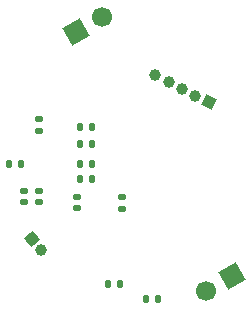
<source format=gbr>
%TF.GenerationSoftware,KiCad,Pcbnew,7.0.5-0*%
%TF.CreationDate,2023-09-08T15:05:08-04:00*%
%TF.ProjectId,rodentdbs,726f6465-6e74-4646-9273-2e6b69636164,rev?*%
%TF.SameCoordinates,Original*%
%TF.FileFunction,Soldermask,Bot*%
%TF.FilePolarity,Negative*%
%FSLAX46Y46*%
G04 Gerber Fmt 4.6, Leading zero omitted, Abs format (unit mm)*
G04 Created by KiCad (PCBNEW 7.0.5-0) date 2023-09-08 15:05:08*
%MOMM*%
%LPD*%
G01*
G04 APERTURE LIST*
G04 Aperture macros list*
%AMRoundRect*
0 Rectangle with rounded corners*
0 $1 Rounding radius*
0 $2 $3 $4 $5 $6 $7 $8 $9 X,Y pos of 4 corners*
0 Add a 4 corners polygon primitive as box body*
4,1,4,$2,$3,$4,$5,$6,$7,$8,$9,$2,$3,0*
0 Add four circle primitives for the rounded corners*
1,1,$1+$1,$2,$3*
1,1,$1+$1,$4,$5*
1,1,$1+$1,$6,$7*
1,1,$1+$1,$8,$9*
0 Add four rect primitives between the rounded corners*
20,1,$1+$1,$2,$3,$4,$5,0*
20,1,$1+$1,$4,$5,$6,$7,0*
20,1,$1+$1,$6,$7,$8,$9,0*
20,1,$1+$1,$8,$9,$2,$3,0*%
%AMHorizOval*
0 Thick line with rounded ends*
0 $1 width*
0 $2 $3 position (X,Y) of the first rounded end (center of the circle)*
0 $4 $5 position (X,Y) of the second rounded end (center of the circle)*
0 Add line between two ends*
20,1,$1,$2,$3,$4,$5,0*
0 Add two circle primitives to create the rounded ends*
1,1,$1,$2,$3*
1,1,$1,$4,$5*%
%AMRotRect*
0 Rectangle, with rotation*
0 The origin of the aperture is its center*
0 $1 length*
0 $2 width*
0 $3 Rotation angle, in degrees counterclockwise*
0 Add horizontal line*
21,1,$1,$2,0,0,$3*%
G04 Aperture macros list end*
%ADD10RotRect,1.000000X1.000000X243.440000*%
%ADD11HorizOval,1.000000X0.000000X0.000000X0.000000X0.000000X0*%
%ADD12RotRect,1.000000X1.000000X40.000000*%
%ADD13HorizOval,1.000000X0.000000X0.000000X0.000000X0.000000X0*%
%ADD14RotRect,1.700000X1.700000X300.000000*%
%ADD15HorizOval,1.700000X0.000000X0.000000X0.000000X0.000000X0*%
%ADD16RotRect,1.700000X1.700000X120.000000*%
%ADD17HorizOval,1.700000X0.000000X0.000000X0.000000X0.000000X0*%
%ADD18RoundRect,0.135000X0.185000X-0.135000X0.185000X0.135000X-0.185000X0.135000X-0.185000X-0.135000X0*%
%ADD19RoundRect,0.135000X0.135000X0.185000X-0.135000X0.185000X-0.135000X-0.185000X0.135000X-0.185000X0*%
%ADD20RoundRect,0.140000X0.140000X0.170000X-0.140000X0.170000X-0.140000X-0.170000X0.140000X-0.170000X0*%
%ADD21RoundRect,0.140000X0.170000X-0.140000X0.170000X0.140000X-0.170000X0.140000X-0.170000X-0.140000X0*%
%ADD22RoundRect,0.140000X-0.140000X-0.170000X0.140000X-0.170000X0.140000X0.170000X-0.140000X0.170000X0*%
%ADD23RoundRect,0.140000X-0.170000X0.140000X-0.170000X-0.140000X0.170000X-0.140000X0.170000X0.140000X0*%
G04 APERTURE END LIST*
D10*
%TO.C,J6*%
X150235890Y-123060193D03*
D11*
X149099917Y-122492332D03*
X147963945Y-121924471D03*
X146827972Y-121356610D03*
X145692000Y-120788749D03*
%TD*%
D12*
%TO.C,J2*%
X135255000Y-134620000D03*
D13*
X136071340Y-135592876D03*
%TD*%
D14*
%TO.C,J3*%
X152229852Y-137795000D03*
D15*
X150030148Y-139065000D03*
%TD*%
D16*
%TO.C,J4*%
X138972122Y-117103026D03*
D17*
X141171826Y-115833026D03*
%TD*%
D18*
%TO.C,R3*%
X142875000Y-131060000D03*
X142875000Y-132080000D03*
%TD*%
D19*
%TO.C,R2*%
X144905000Y-139700000D03*
X145925000Y-139700000D03*
%TD*%
%TO.C,R1*%
X141730000Y-138430000D03*
X142750000Y-138430000D03*
%TD*%
D20*
%TO.C,C12*%
X140335000Y-128322500D03*
X139375000Y-128322500D03*
%TD*%
D21*
%TO.C,C9*%
X134620000Y-131497500D03*
X134620000Y-130537500D03*
%TD*%
%TO.C,C8*%
X139065000Y-132020000D03*
X139065000Y-131060000D03*
%TD*%
D20*
%TO.C,C6*%
X140335000Y-126615000D03*
X139375000Y-126615000D03*
%TD*%
%TO.C,C5*%
X140335000Y-125147500D03*
X139375000Y-125147500D03*
%TD*%
D21*
%TO.C,C4*%
X135890000Y-131497500D03*
X135890000Y-130537500D03*
%TD*%
D22*
%TO.C,C3*%
X134310000Y-128322500D03*
X133350000Y-128322500D03*
%TD*%
D23*
%TO.C,C2*%
X135890000Y-124512500D03*
X135890000Y-125472500D03*
%TD*%
D20*
%TO.C,C1*%
X139375000Y-129592500D03*
X140335000Y-129592500D03*
%TD*%
M02*

</source>
